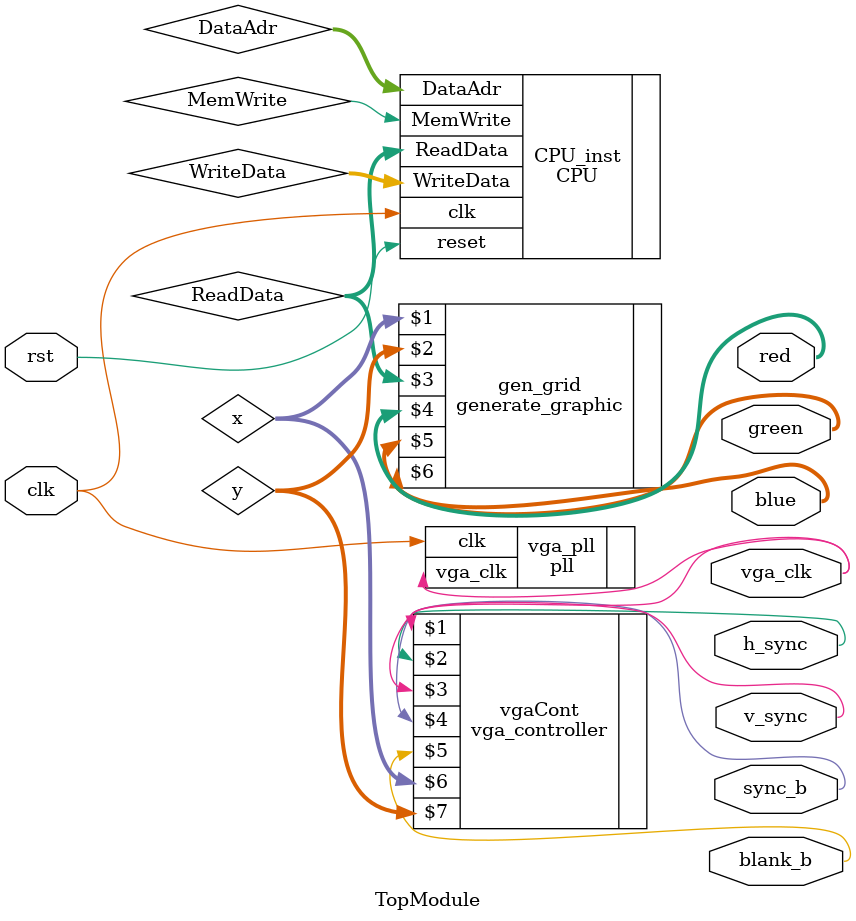
<source format=sv>
module TopModule(
			  input logic clk,
			  input logic rst,
			  output logic vga_clk,
			  output logic h_sync, v_sync,
			  output logic sync_b, blank_b,
			  output logic [7:0] red, green, blue
);
			  
	logic [9:0] x, y;
	logic [31:0] WriteData, DataAdr, ReadData;
	logic MemWrite;
	
	pll vga_pll(.clk(clk), .vga_clk(vga_clk));
	
	vga_controller vgaCont(vga_clk, h_sync, v_sync, sync_b, blank_b, x, y);
	
	generate_graphic gen_grid(x, y, ReadData, red, green, blue);
	
	CPU CPU_inst(.clk(clk), 
					 .reset(rst), 
					 .WriteData(WriteData), 
					 .DataAdr(DataAdr), 
					 .ReadData(ReadData), 
					 .MemWrite(MemWrite)
	);
	
	
	
endmodule

</source>
